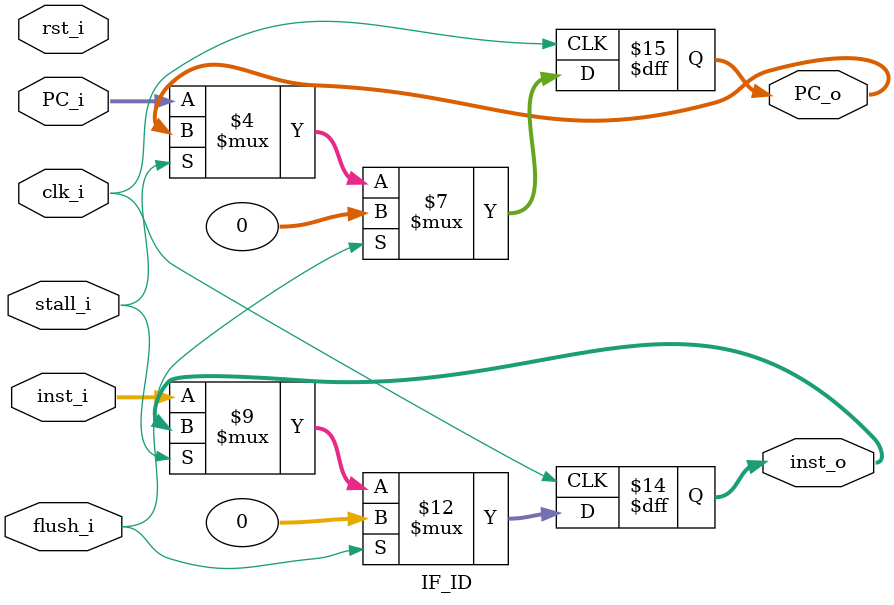
<source format=v>
module IF_ID (
    clk_i, rst_i, flush_i, stall_i, 
    inst_i, PC_i,
    inst_o, PC_o
);
input         clk_i, rst_i, flush_i, stall_i;
input  [31:0] inst_i, PC_i;
output reg [31:0] inst_o, PC_o;

// TODO 
initial begin
    inst_o=32'h0000;
    PC_o=32'h0000;
end

always @ (posedge clk_i) begin
    if(flush_i) begin
        inst_o<=32'h0000;
        PC_o<=32'h0000;
        $display("flushed");
    end
    else if(stall_i==0) begin
        inst_o<=inst_i;
        PC_o<=PC_i;
    end
    
end

endmodule

</source>
